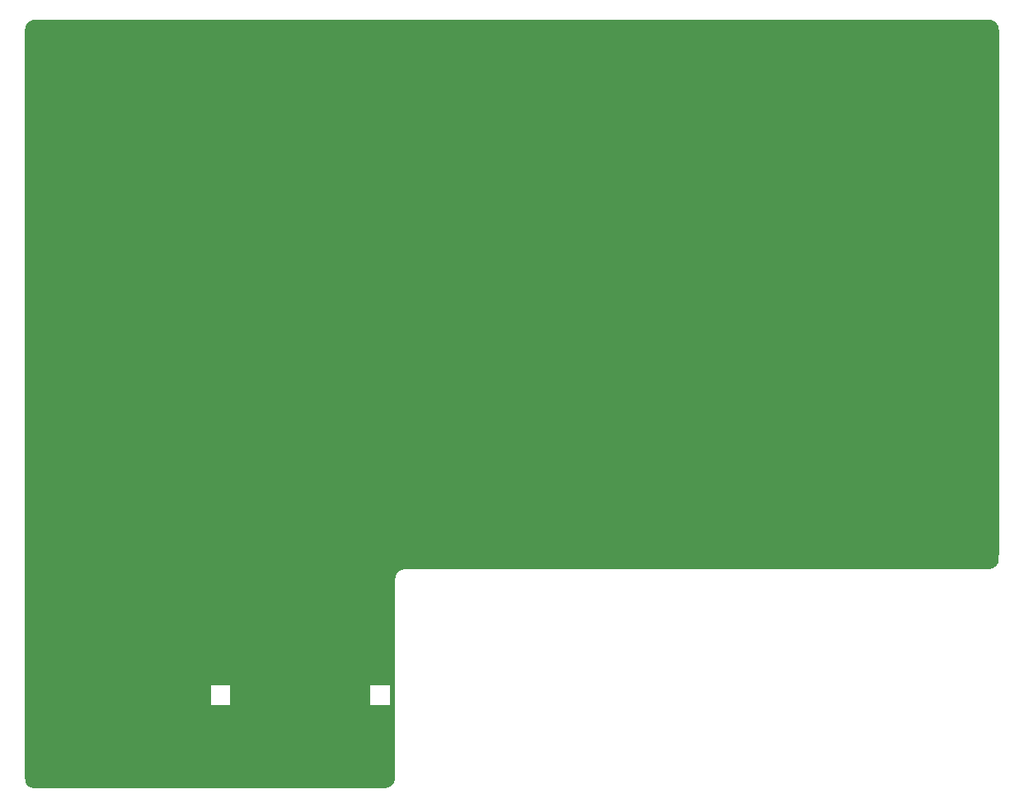
<source format=gbr>
G04 DipTrace 2.3.1.0*
%INreloadpro_Board.gbr*%
%MOIN*%
%ADD11C,0.0055*%
%FSLAX44Y44*%
G04*
G70*
G90*
G75*
G01*
%LNBoardPoly*%
%LPD*%
G36*
X3937Y4331D2*
D11*
G03X4331Y3937I343J-51D01*
G01*
X18504D1*
G03X18898Y4331I-10J404D01*
G01*
Y12402D1*
G02X19291Y12795I404J-10D01*
G01*
X42913D1*
G03X43307Y13189I-10J404D01*
G01*
Y34646D1*
G03X42913Y35039I-404J-10D01*
G01*
X4331D1*
G03X3937Y34646I10J-404D01*
G01*
Y4331D1*
G37*
%LNBoardPolyC*%
%LPC*%
G36*
X11448Y8108D2*
X12235D1*
Y7282D1*
X11448D1*
Y8108D1*
G37*
G36*
X17904D2*
X18692D1*
Y7282D1*
X17904D1*
Y8108D1*
G37*
M02*

</source>
